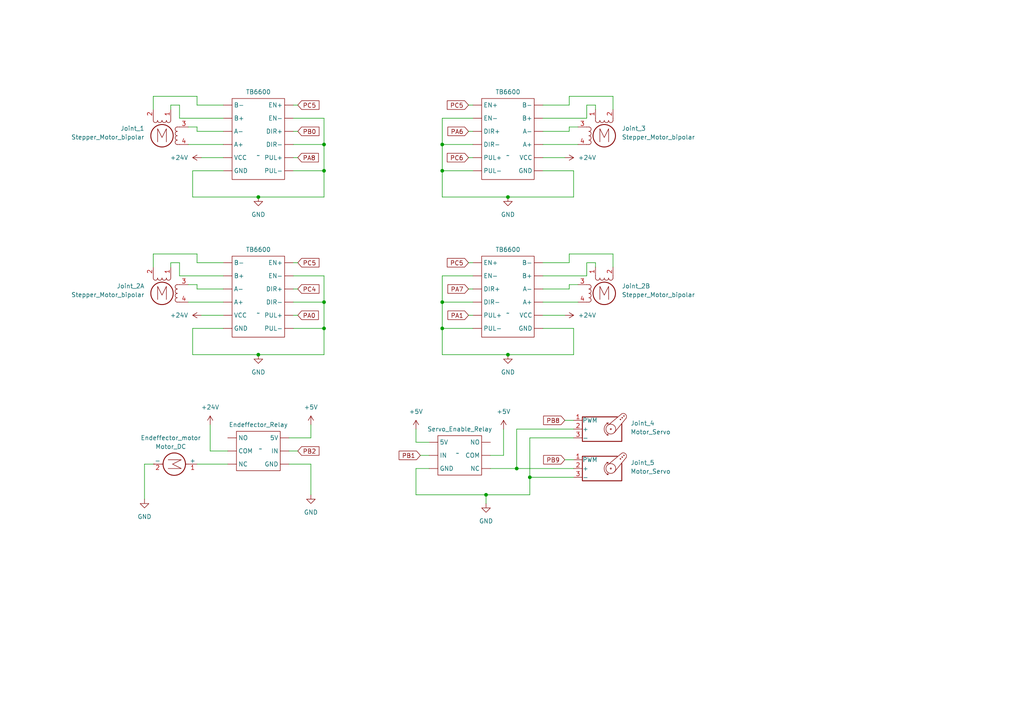
<source format=kicad_sch>
(kicad_sch (version 20230121) (generator eeschema)
  (paper "A4")
  (lib_symbols
    (symbol "Motor:Motor_DC" (pin_names (offset 0))
      (property "Reference" "M" (at 2.54 2.54 0))
      (property "Value" "Motor_DC" (at 2.54 -5.08 0))
      (symbol "Motor_DC_0_0"
        (polyline (pts (xy -1.27 -3.302) (xy -1.27 0.508) (xy 0 -2.032) (xy 1.27 0.508) (xy 1.27 -3.302)))
      )
      (symbol "Motor_DC_0_1"
        (circle (center 0 -1.524) (radius 3.2512) (stroke (width 0.254)))
        (polyline (pts (xy 0 -7.62) (xy 0 -7.112)))
        (polyline (pts (xy 0 -4.7752) (xy 0 -5.1816)))
        (polyline (pts (xy 0 1.7272) (xy 0 2.0828)))
        (polyline (pts (xy 0 2.032) (xy 0 2.54)))
      )
      (symbol "Motor_DC_1_1"
        (pin passive line (at 0 5.08 270) (length 2.54) (name "+") (number "1"))
        (pin passive line (at 0 -7.62 90) (length 2.54) (name "-") (number "2"))
      )
    )
    (symbol "Motor:Motor_Servo" (pin_names (offset 0.0254))
      (property "Reference" "M" (at -5.08 4.445 0))
      (property "Value" "Motor_Servo" (at -5.08 -4.064 0))
      (symbol "Motor_Servo_0_1"
        (polyline (pts (xy 2.413 -1.778) (xy 2.032 -1.778)))
        (polyline (pts (xy 2.413 -1.778) (xy 2.286 -1.397)))
        (polyline (pts (xy 2.413 1.778) (xy 1.905 1.778)))
        (polyline (pts (xy 2.413 1.778) (xy 2.286 1.397)))
        (polyline (pts (xy 6.35 4.445) (xy 2.54 1.27)))
        (polyline (pts (xy 7.62 3.175) (xy 4.191 -1.016)))
        (polyline (pts (xy 5.08 3.556) (xy -5.08 3.556) (xy -5.08 -3.556) (xy 6.35 -3.556) (xy 6.35 1.524)) (stroke (width 0.254)))
        (arc (start 2.413 1.778) (mid 1.2406 0) (end 2.413 -1.778))
        (circle (center 3.175 0) (radius 0.1778))
        (circle (center 3.175 0) (radius 1.4224))
        (circle (center 5.969 2.794) (radius 0.127))
        (circle (center 6.477 3.302) (radius 0.127))
        (circle (center 6.985 3.81) (radius 0.127))
        (arc (start 7.62 3.175) (mid 7.4485 4.2735) (end 6.35 4.445))
      )
      (symbol "Motor_Servo_1_1"
        (pin passive line (at -7.62 2.54 0) (length 2.54) (name "PWM") (number "1"))
        (pin passive line (at -7.62 0 0) (length 2.54) (name "+") (number "2"))
        (pin passive line (at -7.62 -2.54 0) (length 2.54) (name "-") (number "3"))
      )
    )
    (symbol "Motor:Stepper_Motor_bipolar" (pin_names (offset 0) hide)
      (property "Reference" "M" (at 3.81 2.54 0))
      (property "Value" "Stepper_Motor_bipolar" (at 3.81 1.27 0))
      (symbol "Stepper_Motor_bipolar_0_0"
        (polyline (pts (xy -1.27 -1.778) (xy -1.27 2.032) (xy 0 -0.508) (xy 1.27 2.032) (xy 1.27 -1.778)))
      )
      (symbol "Stepper_Motor_bipolar_0_1"
        (arc (start -4.445 -2.54) (mid -3.8127 -1.905) (end -4.445 -1.27))
        (arc (start -4.445 -1.27) (mid -3.8127 -0.635) (end -4.445 0))
        (arc (start -4.445 0) (mid -3.8127 0.635) (end -4.445 1.27))
        (arc (start -4.445 1.27) (mid -3.8127 1.905) (end -4.445 2.54))
        (arc (start -2.54 4.445) (mid -1.905 3.8127) (end -1.27 4.445))
        (arc (start -1.27 4.445) (mid -0.635 3.8127) (end 0 4.445))
        (polyline (pts (xy -5.08 -2.54) (xy -4.445 -2.54)))
        (polyline (pts (xy -5.08 2.54) (xy -4.445 2.54)))
        (polyline (pts (xy -2.54 5.08) (xy -2.54 4.445)))
        (polyline (pts (xy 2.54 5.08) (xy 2.54 4.445)))
        (circle (center 0 0) (radius 3.2512) (stroke (width 0.254)))
        (arc (start 0 4.445) (mid 0.635 3.8127) (end 1.27 4.445))
        (arc (start 1.27 4.445) (mid 1.905 3.8127) (end 2.54 4.445))
      )
      (symbol "Stepper_Motor_bipolar_1_1"
        (pin passive line (at -2.54 7.62 270) (length 2.54) (name "~") (number "1"))
        (pin passive line (at 2.54 7.62 270) (length 2.54) (name "-") (number "2"))
        (pin passive line (at -7.62 2.54 0) (length 2.54) (name "~") (number "3"))
        (pin passive line (at -7.62 -2.54 0) (length 2.54) (name "~") (number "4"))
      )
    )
    (symbol "TB6600_1"
      (property "Reference" "TB6600" (at -0.635 14.605 0))
      (property "Value" "~" (at 0 -4.445 0))
      (symbol "TB6600_1_0_1"
        (rectangle (start -7.62 12.065) (end 7.62 -11.43))
      )
      (symbol "TB6600_1_1_1"
        (pin output line (at 10.16 -1.27 180) (length 2.54) (name "A+") (number ""))
        (pin output line (at 10.16 2.54 180) (length 2.54) (name "A-") (number ""))
        (pin output line (at 10.16 6.35 180) (length 2.54) (name "B+") (number ""))
        (pin output line (at 10.16 10.16 180) (length 2.54) (name "B-") (number ""))
        (pin output line (at -10.16 2.54 0) (length 2.54) (name "DIR+") (number ""))
        (pin input line (at -10.16 -1.27 0) (length 2.54) (name "DIR-") (number ""))
        (pin input line (at -10.16 10.16 0) (length 2.54) (name "EN+") (number ""))
        (pin input line (at -10.16 6.35 0) (length 2.54) (name "EN-") (number ""))
        (pin input line (at 10.16 -8.89 180) (length 2.54) (name "GND") (number ""))
        (pin input line (at -10.16 -5.08 0) (length 2.54) (name "PUL+") (number ""))
        (pin input line (at -10.16 -8.89 0) (length 2.54) (name "PUL-") (number ""))
        (pin input line (at 10.16 -5.08 180) (length 2.54) (name "VCC") (number ""))
      )
    )
    (symbol "power:+24V" (power) (pin_names (offset 0))
      (property "Value" "+24V" (at 0 3.556 0))
      (symbol "+24V_0_1"
        (polyline (pts (xy -0.762 1.27) (xy 0 2.54)))
        (polyline (pts (xy 0 0) (xy 0 2.54)))
        (polyline (pts (xy 0 2.54) (xy 0.762 1.27)))
      )
      (symbol "+24V_1_1"
        (pin power_in line (at 0 0 90) (length 0) hide (name "+24V") (number "1"))
      )
    )
    (symbol "power:+5V" (power) (pin_names (offset 0))
      (property "Value" "+5V" (at 0 3.556 0))
      (symbol "+5V_0_1"
        (polyline (pts (xy -0.762 1.27) (xy 0 2.54)))
        (polyline (pts (xy 0 0) (xy 0 2.54)))
        (polyline (pts (xy 0 2.54) (xy 0.762 1.27)))
      )
      (symbol "+5V_1_1"
        (pin power_in line (at 0 0 90) (length 0) hide (name "+5V") (number "1"))
      )
    )
    (symbol "power:GND" (power) (pin_names (offset 0))
      (property "Value" "GND" (at 0 -3.81 0))
      (symbol "GND_0_1"
        (polyline (pts (xy 0 0) (xy 0 -1.27) (xy 1.27 -1.27) (xy 0 -2.54) (xy -1.27 -1.27) (xy 0 -1.27)))
      )
      (symbol "GND_1_1"
        (pin power_in line (at 0 0 270) (length 0) hide (name "GND") (number "1"))
      )
    )
    (symbol "relay_module_2"
      (property "Reference" "U" (at 0 6.985 0))
      (symbol "relay_module_2_0_1"
        (rectangle (start -6.35 5.715) (end 6.35 -5.715))
      )
      (symbol "relay_module_2_1_1"
        (pin input line (at -8.89 3.81 0) (length 2.54) (name "5V") (number ""))
        (pin input line (at 8.89 0 180) (length 2.54) (name "COM") (number ""))
        (pin input line (at -8.89 -3.81 0) (length 2.54) (name "GND") (number ""))
        (pin input line (at -8.89 0 0) (length 2.54) (name "IN") (number ""))
        (pin output line (at 8.89 -3.81 180) (length 2.54) (name "NC") (number ""))
        (pin output line (at 8.89 3.81 180) (length 2.54) (name "NO") (number ""))
      )
    )
  )
  (junction (at 74.93 57.15))
  (junction (at 128.27 87.63))
  (junction (at 147.32 102.87))
  (junction (at 149.86 135.89))
  (junction (at 74.93 102.87))
  (junction (at 93.98 87.63))
  (junction (at 128.27 95.25))
  (junction (at 93.98 41.91))
  (junction (at 93.98 95.25))
  (junction (at 147.32 57.15))
  (junction (at 128.27 41.91))
  (junction (at 93.98 49.53))
  (junction (at 153.67 138.43))
  (junction (at 128.27 49.53))
  (junction (at 140.97 143.51))
  (wire (pts (xy 85.09 76.2) (xy 86.36 76.2)))
  (wire (pts (xy 93.98 95.25) (xy 93.98 102.87)))
  (wire (pts (xy 41.91 144.78) (xy 41.91 134.62)))
  (wire (pts (xy 172.72 77.47) (xy 172.72 76.2)))
  (wire (pts (xy 55.88 102.87) (xy 55.88 95.25)))
  (wire (pts (xy 157.48 83.82) (xy 165.1 83.82)))
  (wire (pts (xy 93.98 41.91) (xy 85.09 41.91)))
  (wire (pts (xy 85.09 30.48) (xy 86.36 30.48)))
  (wire (pts (xy 52.07 34.29) (xy 64.77 34.29)))
  (wire (pts (xy 55.88 95.25) (xy 64.77 95.25)))
  (wire (pts (xy 64.77 83.82) (xy 57.15 83.82)))
  (wire (pts (xy 128.27 95.25) (xy 128.27 102.87)))
  (wire (pts (xy 153.67 138.43) (xy 153.67 143.51)))
  (wire (pts (xy 128.27 41.91) (xy 137.16 41.91)))
  (wire (pts (xy 93.98 49.53) (xy 93.98 57.15)))
  (wire (pts (xy 83.82 127) (xy 90.17 127)))
  (wire (pts (xy 165.1 82.55) (xy 167.64 82.55)))
  (wire (pts (xy 170.18 30.48) (xy 170.18 34.29)))
  (wire (pts (xy 120.65 143.51) (xy 120.65 135.89)))
  (wire (pts (xy 177.8 31.75) (xy 177.8 27.94)))
  (wire (pts (xy 165.1 76.2) (xy 157.48 76.2)))
  (wire (pts (xy 60.96 130.81) (xy 66.04 130.81)))
  (wire (pts (xy 128.27 34.29) (xy 128.27 41.91)))
  (wire (pts (xy 49.53 76.2) (xy 52.07 76.2)))
  (wire (pts (xy 137.16 80.01) (xy 128.27 80.01)))
  (wire (pts (xy 52.07 80.01) (xy 64.77 80.01)))
  (wire (pts (xy 74.93 57.15) (xy 55.88 57.15)))
  (wire (pts (xy 85.09 83.82) (xy 86.36 83.82)))
  (wire (pts (xy 57.15 134.62) (xy 66.04 134.62)))
  (wire (pts (xy 85.09 91.44) (xy 86.36 91.44)))
  (wire (pts (xy 85.09 80.01) (xy 93.98 80.01)))
  (wire (pts (xy 93.98 49.53) (xy 85.09 49.53)))
  (wire (pts (xy 166.37 127) (xy 153.67 127)))
  (wire (pts (xy 172.72 31.75) (xy 172.72 30.48)))
  (wire (pts (xy 83.82 134.62) (xy 90.17 134.62)))
  (wire (pts (xy 157.48 87.63) (xy 167.64 87.63)))
  (wire (pts (xy 93.98 80.01) (xy 93.98 87.63)))
  (wire (pts (xy 135.89 38.1) (xy 137.16 38.1)))
  (wire (pts (xy 64.77 91.44) (xy 58.42 91.44)))
  (wire (pts (xy 121.92 132.08) (xy 124.46 132.08)))
  (wire (pts (xy 85.09 45.72) (xy 86.36 45.72)))
  (wire (pts (xy 140.97 146.05) (xy 140.97 143.51)))
  (wire (pts (xy 57.15 83.82) (xy 57.15 82.55)))
  (wire (pts (xy 157.48 38.1) (xy 165.1 38.1)))
  (wire (pts (xy 149.86 124.46) (xy 149.86 135.89)))
  (wire (pts (xy 166.37 124.46) (xy 149.86 124.46)))
  (wire (pts (xy 177.8 27.94) (xy 165.1 27.94)))
  (wire (pts (xy 166.37 102.87) (xy 166.37 95.25)))
  (wire (pts (xy 49.53 31.75) (xy 49.53 30.48)))
  (wire (pts (xy 44.45 77.47) (xy 44.45 73.66)))
  (wire (pts (xy 93.98 34.29) (xy 93.98 41.91)))
  (wire (pts (xy 135.89 83.82) (xy 137.16 83.82)))
  (wire (pts (xy 41.91 134.62) (xy 44.45 134.62)))
  (wire (pts (xy 85.09 34.29) (xy 93.98 34.29)))
  (wire (pts (xy 57.15 82.55) (xy 54.61 82.55)))
  (wire (pts (xy 163.83 121.92) (xy 166.37 121.92)))
  (wire (pts (xy 128.27 87.63) (xy 128.27 95.25)))
  (wire (pts (xy 149.86 135.89) (xy 166.37 135.89)))
  (wire (pts (xy 128.27 57.15) (xy 147.32 57.15)))
  (wire (pts (xy 146.05 132.08) (xy 142.24 132.08)))
  (wire (pts (xy 172.72 30.48) (xy 170.18 30.48)))
  (wire (pts (xy 177.8 77.47) (xy 177.8 73.66)))
  (wire (pts (xy 57.15 27.94) (xy 57.15 30.48)))
  (wire (pts (xy 57.15 76.2) (xy 64.77 76.2)))
  (wire (pts (xy 93.98 87.63) (xy 93.98 95.25)))
  (wire (pts (xy 93.98 41.91) (xy 93.98 49.53)))
  (wire (pts (xy 57.15 30.48) (xy 64.77 30.48)))
  (wire (pts (xy 52.07 76.2) (xy 52.07 80.01)))
  (wire (pts (xy 137.16 34.29) (xy 128.27 34.29)))
  (wire (pts (xy 64.77 45.72) (xy 58.42 45.72)))
  (wire (pts (xy 135.89 45.72) (xy 137.16 45.72)))
  (wire (pts (xy 120.65 135.89) (xy 124.46 135.89)))
  (wire (pts (xy 135.89 91.44) (xy 137.16 91.44)))
  (wire (pts (xy 165.1 83.82) (xy 165.1 82.55)))
  (wire (pts (xy 142.24 135.89) (xy 149.86 135.89)))
  (wire (pts (xy 177.8 73.66) (xy 165.1 73.66)))
  (wire (pts (xy 166.37 138.43) (xy 153.67 138.43)))
  (wire (pts (xy 135.89 76.2) (xy 137.16 76.2)))
  (wire (pts (xy 166.37 57.15) (xy 166.37 49.53)))
  (wire (pts (xy 57.15 36.83) (xy 54.61 36.83)))
  (wire (pts (xy 170.18 34.29) (xy 157.48 34.29)))
  (wire (pts (xy 60.96 123.19) (xy 60.96 130.81)))
  (wire (pts (xy 64.77 87.63) (xy 54.61 87.63)))
  (wire (pts (xy 128.27 87.63) (xy 137.16 87.63)))
  (wire (pts (xy 166.37 95.25) (xy 157.48 95.25)))
  (wire (pts (xy 165.1 73.66) (xy 165.1 76.2)))
  (wire (pts (xy 93.98 57.15) (xy 74.93 57.15)))
  (wire (pts (xy 146.05 124.46) (xy 146.05 132.08)))
  (wire (pts (xy 57.15 73.66) (xy 57.15 76.2)))
  (wire (pts (xy 120.65 128.27) (xy 124.46 128.27)))
  (wire (pts (xy 74.93 102.87) (xy 55.88 102.87)))
  (wire (pts (xy 165.1 38.1) (xy 165.1 36.83)))
  (wire (pts (xy 55.88 49.53) (xy 64.77 49.53)))
  (wire (pts (xy 128.27 102.87) (xy 147.32 102.87)))
  (wire (pts (xy 170.18 76.2) (xy 170.18 80.01)))
  (wire (pts (xy 140.97 143.51) (xy 120.65 143.51)))
  (wire (pts (xy 165.1 30.48) (xy 157.48 30.48)))
  (wire (pts (xy 93.98 102.87) (xy 74.93 102.87)))
  (wire (pts (xy 120.65 124.46) (xy 120.65 128.27)))
  (wire (pts (xy 165.1 27.94) (xy 165.1 30.48)))
  (wire (pts (xy 49.53 30.48) (xy 52.07 30.48)))
  (wire (pts (xy 128.27 41.91) (xy 128.27 49.53)))
  (wire (pts (xy 153.67 143.51) (xy 140.97 143.51)))
  (wire (pts (xy 44.45 73.66) (xy 57.15 73.66)))
  (wire (pts (xy 52.07 30.48) (xy 52.07 34.29)))
  (wire (pts (xy 93.98 95.25) (xy 85.09 95.25)))
  (wire (pts (xy 57.15 38.1) (xy 57.15 36.83)))
  (wire (pts (xy 147.32 102.87) (xy 166.37 102.87)))
  (wire (pts (xy 49.53 77.47) (xy 49.53 76.2)))
  (wire (pts (xy 147.32 57.15) (xy 166.37 57.15)))
  (wire (pts (xy 157.48 91.44) (xy 163.83 91.44)))
  (wire (pts (xy 93.98 87.63) (xy 85.09 87.63)))
  (wire (pts (xy 85.09 38.1) (xy 86.36 38.1)))
  (wire (pts (xy 165.1 36.83) (xy 167.64 36.83)))
  (wire (pts (xy 55.88 57.15) (xy 55.88 49.53)))
  (wire (pts (xy 128.27 49.53) (xy 128.27 57.15)))
  (wire (pts (xy 163.83 133.35) (xy 166.37 133.35)))
  (wire (pts (xy 170.18 80.01) (xy 157.48 80.01)))
  (wire (pts (xy 44.45 27.94) (xy 57.15 27.94)))
  (wire (pts (xy 153.67 127) (xy 153.67 138.43)))
  (wire (pts (xy 128.27 80.01) (xy 128.27 87.63)))
  (wire (pts (xy 135.89 30.48) (xy 137.16 30.48)))
  (wire (pts (xy 128.27 49.53) (xy 137.16 49.53)))
  (wire (pts (xy 83.82 130.81) (xy 86.36 130.81)))
  (wire (pts (xy 64.77 41.91) (xy 54.61 41.91)))
  (wire (pts (xy 90.17 134.62) (xy 90.17 143.51)))
  (wire (pts (xy 64.77 38.1) (xy 57.15 38.1)))
  (wire (pts (xy 44.45 31.75) (xy 44.45 27.94)))
  (wire (pts (xy 166.37 49.53) (xy 157.48 49.53)))
  (wire (pts (xy 157.48 45.72) (xy 163.83 45.72)))
  (wire (pts (xy 128.27 95.25) (xy 137.16 95.25)))
  (wire (pts (xy 172.72 76.2) (xy 170.18 76.2)))
  (wire (pts (xy 90.17 127) (xy 90.17 123.19)))
  (wire (pts (xy 157.48 41.91) (xy 167.64 41.91)))
  (global_label "PC5" (shape input) (at 86.36 30.48 0) (property "Intersheetrefs" "${INTERSHEET_REFS}" (effects hide)))
  (global_label "PC6" (shape input) (at 135.89 45.72 180) (property "Intersheetrefs" "${INTERSHEET_REFS}" (effects hide)))
  (global_label "PB9" (shape input) (at 163.83 133.35 180) (property "Intersheetrefs" "${INTERSHEET_REFS}" (effects hide)))
  (global_label "PC5" (shape input) (at 135.89 76.2 180) (property "Intersheetrefs" "${INTERSHEET_REFS}" (effects hide)))
  (global_label "PB0" (shape input) (at 86.36 38.1 0) (property "Intersheetrefs" "${INTERSHEET_REFS}" (effects hide)))
  (global_label "PA6" (shape input) (at 135.89 38.1 180) (property "Intersheetrefs" "${INTERSHEET_REFS}" (effects hide)))
  (global_label "PA0" (shape input) (at 86.36 91.44 0) (property "Intersheetrefs" "${INTERSHEET_REFS}" (effects hide)))
  (global_label "PC5" (shape input) (at 135.89 30.48 180) (property "Intersheetrefs" "${INTERSHEET_REFS}" (effects hide)))
  (global_label "PA8" (shape input) (at 86.36 45.72 0) (property "Intersheetrefs" "${INTERSHEET_REFS}" (effects hide)))
  (global_label "PA1" (shape input) (at 135.89 91.44 180) (property "Intersheetrefs" "${INTERSHEET_REFS}" (effects hide)))
  (global_label "PC4" (shape input) (at 86.36 83.82 0) (property "Intersheetrefs" "${INTERSHEET_REFS}" (effects hide)))
  (global_label "PA7" (shape input) (at 135.89 83.82 180) (property "Intersheetrefs" "${INTERSHEET_REFS}" (effects hide)))
  (global_label "PB8" (shape input) (at 163.83 121.92 180) (property "Intersheetrefs" "${INTERSHEET_REFS}" (effects hide)))
  (global_label "PB2" (shape input) (at 86.36 130.81 0) (property "Intersheetrefs" "${INTERSHEET_REFS}" (effects hide)))
  (global_label "PB1" (shape input) (at 121.92 132.08 180) (property "Intersheetrefs" "${INTERSHEET_REFS}" (effects hide)))
  (global_label "PC5" (shape input) (at 86.36 76.2 0) (property "Intersheetrefs" "${INTERSHEET_REFS}" (effects hide)))
  (symbol (lib_name "TB6600_1") (lib_id "rasns:TB6600") (at 74.93 40.64 0) (mirror y) (unit 1)
    (property "Reference" "TB6600" (at 74.93 26.67 0))
    (property "Value" "~" (at 74.93 45.085 0))
  )
  (symbol (lib_id "power:GND") (at 147.32 102.87 0) (unit 1)
    (property "Reference" "#PWR03" (effects hide))
    (property "Value" "GND" (at 147.32 107.95 0))
  )
  (symbol (lib_id "Motor:Stepper_Motor_bipolar") (at 46.99 85.09 0) (mirror y) (unit 1)
    (property "Reference" "Joint_2A" (at 41.91 82.9691 0) (effects (justify left)))
    (property "Value" "Stepper_Motor_bipolar" (at 41.91 85.5091 0) (effects (justify left)))
    (property "Datasheet" "http://www.infineon.com/dgdl/Application-Note-TLE8110EE_driving_UniPolarStepperMotor_V1.1.pdf?fileId=db3a30431be39b97011be5d0aa0a00b0" (effects hide))
  )
  (symbol (lib_id "power:+24V") (at 58.42 91.44 90) (mirror x) (unit 1)
    (property "Reference" "#PWR08" (effects hide))
    (property "Value" "+24V" (at 54.61 91.44 90) (effects (justify left)))
  )
  (symbol (lib_name "TB6600_1") (lib_id "rasns:TB6600") (at 74.93 86.36 0) (mirror y) (unit 1)
    (property "Reference" "TB6600" (at 74.93 72.39 0))
    (property "Value" "~" (at 74.93 90.805 0))
  )
  (symbol (lib_id "power:+5V") (at 120.65 124.46 0) (unit 1)
    (property "Reference" "#PWR010" (effects hide))
    (property "Value" "+5V" (at 120.65 119.38 0))
  )
  (symbol (lib_id "Motor:Stepper_Motor_bipolar") (at 175.26 85.09 0) (unit 1)
    (property "Reference" "Joint_2B" (at 180.34 82.9691 0) (effects (justify left)))
    (property "Value" "Stepper_Motor_bipolar" (at 180.34 85.5091 0) (effects (justify left)))
    (property "Datasheet" "http://www.infineon.com/dgdl/Application-Note-TLE8110EE_driving_UniPolarStepperMotor_V1.1.pdf?fileId=db3a30431be39b97011be5d0aa0a00b0" (effects hide))
  )
  (symbol (lib_id "power:+5V") (at 146.05 124.46 0) (unit 1)
    (property "Reference" "#PWR09" (effects hide))
    (property "Value" "+5V" (at 146.05 119.38 0))
  )
  (symbol (lib_id "Motor:Motor_DC") (at 52.07 134.62 270) (unit 1)
    (property "Reference" "Endeffector_motor" (at 49.53 127 90))
    (property "Value" "Motor_DC" (at 49.53 129.54 90))
  )
  (symbol (lib_id "power:GND") (at 147.32 57.15 0) (unit 1)
    (property "Reference" "#PWR01" (effects hide))
    (property "Value" "GND" (at 147.32 62.23 0))
  )
  (symbol (lib_id "power:+24V") (at 163.83 45.72 270) (unit 1)
    (property "Reference" "#PWR02" (effects hide))
    (property "Value" "+24V" (at 167.64 45.72 90) (effects (justify left)))
  )
  (symbol (lib_name "relay_module_2") (lib_id "rasns:relay_module") (at 74.93 130.81 0) (mirror y) (unit 1)
    (property "Reference" "Endeffector_Relay" (at 74.93 123.19 0))
    (property "Value" "~" (at 75.565 130.175 0))
  )
  (symbol (lib_id "Motor:Motor_Servo") (at 173.99 135.89 0) (unit 1)
    (property "Reference" "Joint_5" (at 182.88 134.1866 0) (effects (justify left)))
    (property "Value" "Motor_Servo" (at 182.88 136.7266 0) (effects (justify left)))
    (property "Datasheet" "http://forums.parallax.com/uploads/attachments/46831/74481.png" (effects hide))
  )
  (symbol (lib_id "power:+24V") (at 58.42 45.72 90) (mirror x) (unit 1)
    (property "Reference" "#PWR07" (effects hide))
    (property "Value" "+24V" (at 54.61 45.72 90) (effects (justify left)))
  )
  (symbol (lib_id "power:GND") (at 74.93 57.15 0) (mirror y) (unit 1)
    (property "Reference" "#PWR05" (effects hide))
    (property "Value" "GND" (at 74.93 62.23 0))
  )
  (symbol (lib_id "power:+24V") (at 60.96 123.19 0) (mirror y) (unit 1)
    (property "Reference" "#PWR013" (effects hide))
    (property "Value" "+24V" (at 60.96 118.11 0))
  )
  (symbol (lib_id "Motor:Stepper_Motor_bipolar") (at 46.99 39.37 0) (mirror y) (unit 1)
    (property "Reference" "Joint_1" (at 41.91 37.2491 0) (effects (justify left)))
    (property "Value" "Stepper_Motor_bipolar" (at 41.91 39.7891 0) (effects (justify left)))
    (property "Datasheet" "http://www.infineon.com/dgdl/Application-Note-TLE8110EE_driving_UniPolarStepperMotor_V1.1.pdf?fileId=db3a30431be39b97011be5d0aa0a00b0" (effects hide))
  )
  (symbol (lib_id "Motor:Stepper_Motor_bipolar") (at 175.26 39.37 0) (unit 1)
    (property "Reference" "Joint_3" (at 180.34 37.2491 0) (effects (justify left)))
    (property "Value" "Stepper_Motor_bipolar" (at 180.34 39.7891 0) (effects (justify left)))
    (property "Datasheet" "http://www.infineon.com/dgdl/Application-Note-TLE8110EE_driving_UniPolarStepperMotor_V1.1.pdf?fileId=db3a30431be39b97011be5d0aa0a00b0" (effects hide))
  )
  (symbol (lib_id "power:GND") (at 74.93 102.87 0) (mirror y) (unit 1)
    (property "Reference" "#PWR06" (effects hide))
    (property "Value" "GND" (at 74.93 107.95 0))
  )
  (symbol (lib_id "power:+5V") (at 90.17 123.19 0) (unit 1)
    (property "Reference" "#PWR014" (effects hide))
    (property "Value" "+5V" (at 90.17 118.11 0))
  )
  (symbol (lib_name "relay_module_2") (lib_id "rasns:relay_module") (at 133.35 132.08 0) (unit 1)
    (property "Reference" "Servo_Enable_Relay" (at 133.35 124.46 0))
    (property "Value" "~" (at 132.715 131.445 0))
  )
  (symbol (lib_id "power:GND") (at 140.97 146.05 0) (unit 1)
    (property "Reference" "#PWR011" (effects hide))
    (property "Value" "GND" (at 140.97 151.13 0))
  )
  (symbol (lib_id "power:+24V") (at 163.83 91.44 270) (unit 1)
    (property "Reference" "#PWR04" (effects hide))
    (property "Value" "+24V" (at 167.64 91.44 90) (effects (justify left)))
  )
  (symbol (lib_id "power:GND") (at 41.91 144.78 0) (unit 1)
    (property "Reference" "#PWR012" (effects hide))
    (property "Value" "GND" (at 41.91 149.86 0))
  )
  (symbol (lib_name "TB6600_1") (lib_id "rasns:TB6600") (at 147.32 86.36 0) (unit 1)
    (property "Reference" "TB6600" (at 147.32 72.39 0))
    (property "Value" "~" (at 147.32 90.805 0))
  )
  (symbol (lib_name "TB6600_1") (lib_id "rasns:TB6600") (at 147.32 40.64 0) (unit 1)
    (property "Reference" "TB6600" (at 147.32 26.67 0))
    (property "Value" "~" (at 147.32 45.085 0))
  )
  (symbol (lib_id "Motor:Motor_Servo") (at 173.99 124.46 0) (unit 1)
    (property "Reference" "Joint_4" (at 182.88 122.7566 0) (effects (justify left)))
    (property "Value" "Motor_Servo" (at 182.88 125.2966 0) (effects (justify left)))
    (property "Datasheet" "http://forums.parallax.com/uploads/attachments/46831/74481.png" (effects hide))
  )
  (symbol (lib_id "power:GND") (at 90.17 143.51 0) (unit 1)
    (property "Reference" "#PWR015" (effects hide))
    (property "Value" "GND" (at 90.17 148.59 0))
  )
)
</source>
